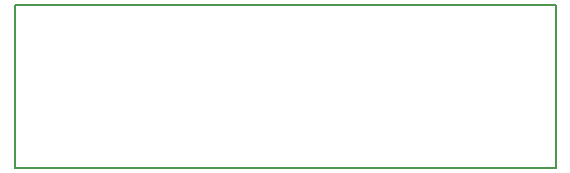
<source format=gm1>
G04 MADE WITH FRITZING*
G04 WWW.FRITZING.ORG*
G04 DOUBLE SIDED*
G04 HOLES PLATED*
G04 CONTOUR ON CENTER OF CONTOUR VECTOR*
%ASAXBY*%
%FSLAX23Y23*%
%MOIN*%
%OFA0B0*%
%SFA1.0B1.0*%
%ADD10R,1.811020X0.551181*%
%ADD11C,0.008000*%
%ADD10C,0.008*%
%LNCONTOUR*%
G90*
G70*
G54D10*
G54D11*
X4Y547D02*
X1807Y547D01*
X1807Y4D01*
X4Y4D01*
X4Y547D01*
D02*
G04 End of contour*
M02*
</source>
